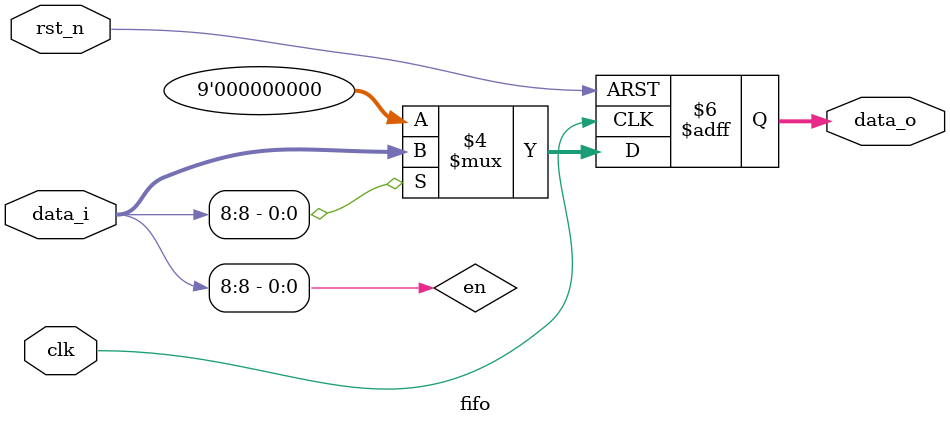
<source format=v>
module fifo #( parameter FIFO_WIDTH = 8) (
   // Outputs
   data_o,
   // Inputs
   clk, rst_n, data_i
   ) ;
   input  clk;
   input  rst_n;

   input [FIFO_WIDTH:0]  data_i;
   output [FIFO_WIDTH:0]  data_o;

   reg [FIFO_WIDTH:0] data_o;
   wire en;
   assign en = data_i[FIFO_WIDTH];

   always @(posedge clk or negedge rst_n)begin
      if(!rst_n) begin
         data_o <= 'b0;
      end else begin
         if(en) begin
            data_o <= data_i;
         end else begin
            data_o <= 'b0;
         end
      end
   end

endmodule 

</source>
